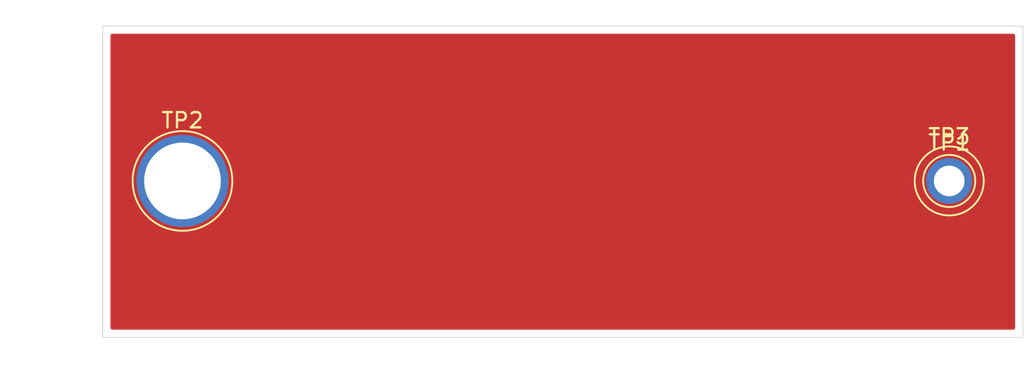
<source format=kicad_pcb>
(kicad_pcb (version 20240108) (generator "pcbnew") (generator_version "8.0")
  (layers (0 "F.Cu" signal) (31 "B.Cu" signal) (34 "B.Paste" user) (35 "F.Paste" user) (36 "B.SilkS" user "B.Silkscreen") (37 "F.SilkS" user "F.Silkscreen") (38 "B.Mask" user) (39 "F.Mask" user) (44 "Edge.Cuts" user))
  (net 0 "")
  (net 1 "Net-(TP1-Pad1)")
  (footprint "TestPoint:TestPoint_Plated_Hole_D5.0mm" (layer "F.Cu") (at 100 100)
    (property "Reference" "TP2" (at 0 -3.948 0) (layer "F.SilkS"))
    (property "Value" "+")
    (fp_circle (center 0 0) (end 0 3.25) (stroke (width 0.12)) (fill none) (layer "F.SilkS"))
    (pad "1" thru_hole circle (at 0 0) (size 6 6) (drill 5) (layers "*.Cu" "*.Mask") (net 1 "Net-(TP1-Pad1)"))
  )
  (footprint "TestPoint:TestPoint_Pad_D4.0mm" (layer "F.Cu") (at 150 100)
    (property "Reference" "TP3" (at 0 -2.898 0) (layer "F.SilkS"))
    (property "Value" "-")
    (fp_circle (center 0 0) (end 0 2.25) (stroke (width 0.12)) (fill none) (layer "F.SilkS"))
    (pad "1" smd circle (at 0 0) (size 4 4) (layers "F.Cu" "F.Mask") (net 1 "Net-(TP1-Pad1)"))
  )
  (footprint "TestPoint:TestPoint_Plated_Hole_D2.0mm" (layer "F.Cu") (at 150 100)
    (property "Reference" "TP1" (at 0 -2.498 0) (layer "F.SilkS"))
    (property "Value" "-")
    (fp_circle (center 0 0) (end 0 -1.7) (stroke (width 0.12)) (fill none) (layer "F.SilkS"))
    (pad "1" thru_hole circle (at 0 0) (size 3 3) (drill 2) (layers "*.Cu" "*.Mask") (net 1 "Net-(TP1-Pad1)"))
  )
  (gr_rect (start 94.8 89.9) (end 154.8 110.2) (stroke (width 0.05)) (fill none) (layer "Edge.Cuts"))
  (zone (net 1) (net_name "Net-(TP1-Pad1)") (layer "F.Cu") (connect_pads yes (clearance 0.5)) (min_thickness 0.25) (fill yes (thermal_gap 0.5) (thermal_bridge_width 0.5))
    (polygon (pts (xy 154.9 89.9) (xy 154.9 110.2) (xy 99.3 110.2) (xy 91.606027 112.093973) (xy 88.1 89.4) (xy 100 88.2) (xy 148.4 88.2)))
  )
)
</source>
